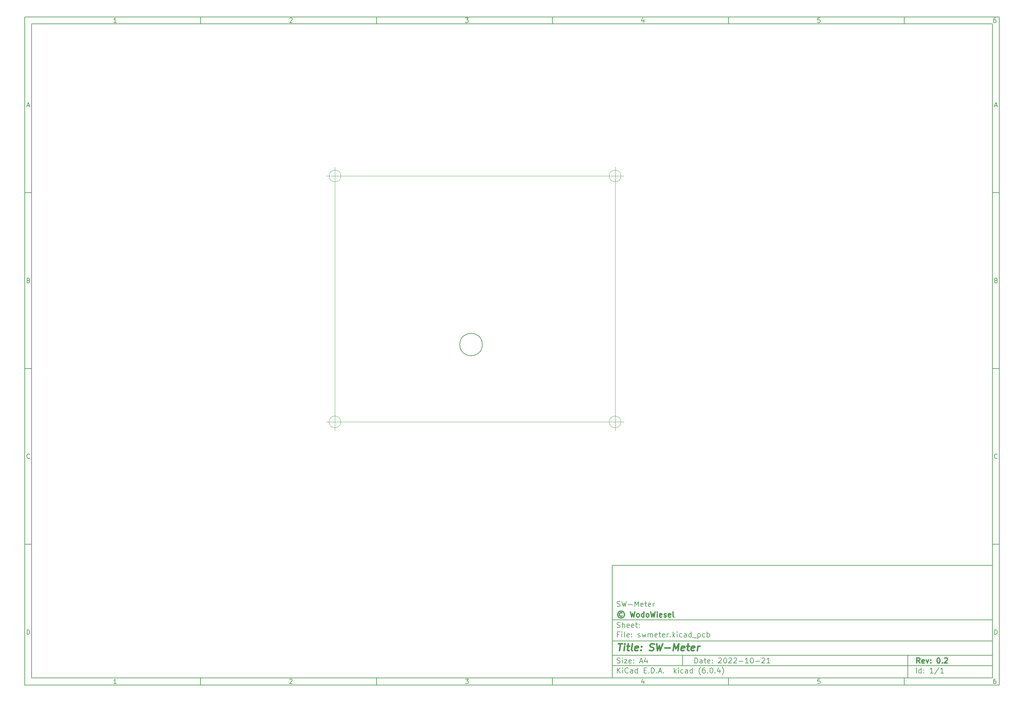
<source format=gbr>
%TF.GenerationSoftware,KiCad,Pcbnew,(6.0.4)*%
%TF.CreationDate,2022-11-15T21:12:37+01:00*%
%TF.ProjectId,swmeter,73776d65-7465-4722-9e6b-696361645f70,0.2*%
%TF.SameCoordinates,Original*%
%TF.FileFunction,Other,Comment*%
%FSLAX46Y46*%
G04 Gerber Fmt 4.6, Leading zero omitted, Abs format (unit mm)*
G04 Created by KiCad (PCBNEW (6.0.4)) date 2022-11-15 21:12:37*
%MOMM*%
%LPD*%
G01*
G04 APERTURE LIST*
%ADD10C,0.100000*%
%ADD11C,0.150000*%
%ADD12C,0.300000*%
%ADD13C,0.400000*%
%TA.AperFunction,Profile*%
%ADD14C,0.100000*%
%TD*%
G04 APERTURE END LIST*
D10*
D11*
X177002200Y-166007200D02*
X177002200Y-198007200D01*
X285002200Y-198007200D01*
X285002200Y-166007200D01*
X177002200Y-166007200D01*
D10*
D11*
X10000000Y-10000000D02*
X10000000Y-200007200D01*
X287002200Y-200007200D01*
X287002200Y-10000000D01*
X10000000Y-10000000D01*
D10*
D11*
X12000000Y-12000000D02*
X12000000Y-198007200D01*
X285002200Y-198007200D01*
X285002200Y-12000000D01*
X12000000Y-12000000D01*
D10*
D11*
X60000000Y-12000000D02*
X60000000Y-10000000D01*
D10*
D11*
X110000000Y-12000000D02*
X110000000Y-10000000D01*
D10*
D11*
X160000000Y-12000000D02*
X160000000Y-10000000D01*
D10*
D11*
X210000000Y-12000000D02*
X210000000Y-10000000D01*
D10*
D11*
X260000000Y-12000000D02*
X260000000Y-10000000D01*
D10*
D11*
X36065476Y-11588095D02*
X35322619Y-11588095D01*
X35694047Y-11588095D02*
X35694047Y-10288095D01*
X35570238Y-10473809D01*
X35446428Y-10597619D01*
X35322619Y-10659523D01*
D10*
D11*
X85322619Y-10411904D02*
X85384523Y-10350000D01*
X85508333Y-10288095D01*
X85817857Y-10288095D01*
X85941666Y-10350000D01*
X86003571Y-10411904D01*
X86065476Y-10535714D01*
X86065476Y-10659523D01*
X86003571Y-10845238D01*
X85260714Y-11588095D01*
X86065476Y-11588095D01*
D10*
D11*
X135260714Y-10288095D02*
X136065476Y-10288095D01*
X135632142Y-10783333D01*
X135817857Y-10783333D01*
X135941666Y-10845238D01*
X136003571Y-10907142D01*
X136065476Y-11030952D01*
X136065476Y-11340476D01*
X136003571Y-11464285D01*
X135941666Y-11526190D01*
X135817857Y-11588095D01*
X135446428Y-11588095D01*
X135322619Y-11526190D01*
X135260714Y-11464285D01*
D10*
D11*
X185941666Y-10721428D02*
X185941666Y-11588095D01*
X185632142Y-10226190D02*
X185322619Y-11154761D01*
X186127380Y-11154761D01*
D10*
D11*
X236003571Y-10288095D02*
X235384523Y-10288095D01*
X235322619Y-10907142D01*
X235384523Y-10845238D01*
X235508333Y-10783333D01*
X235817857Y-10783333D01*
X235941666Y-10845238D01*
X236003571Y-10907142D01*
X236065476Y-11030952D01*
X236065476Y-11340476D01*
X236003571Y-11464285D01*
X235941666Y-11526190D01*
X235817857Y-11588095D01*
X235508333Y-11588095D01*
X235384523Y-11526190D01*
X235322619Y-11464285D01*
D10*
D11*
X285941666Y-10288095D02*
X285694047Y-10288095D01*
X285570238Y-10350000D01*
X285508333Y-10411904D01*
X285384523Y-10597619D01*
X285322619Y-10845238D01*
X285322619Y-11340476D01*
X285384523Y-11464285D01*
X285446428Y-11526190D01*
X285570238Y-11588095D01*
X285817857Y-11588095D01*
X285941666Y-11526190D01*
X286003571Y-11464285D01*
X286065476Y-11340476D01*
X286065476Y-11030952D01*
X286003571Y-10907142D01*
X285941666Y-10845238D01*
X285817857Y-10783333D01*
X285570238Y-10783333D01*
X285446428Y-10845238D01*
X285384523Y-10907142D01*
X285322619Y-11030952D01*
D10*
D11*
X60000000Y-198007200D02*
X60000000Y-200007200D01*
D10*
D11*
X110000000Y-198007200D02*
X110000000Y-200007200D01*
D10*
D11*
X160000000Y-198007200D02*
X160000000Y-200007200D01*
D10*
D11*
X210000000Y-198007200D02*
X210000000Y-200007200D01*
D10*
D11*
X260000000Y-198007200D02*
X260000000Y-200007200D01*
D10*
D11*
X36065476Y-199595295D02*
X35322619Y-199595295D01*
X35694047Y-199595295D02*
X35694047Y-198295295D01*
X35570238Y-198481009D01*
X35446428Y-198604819D01*
X35322619Y-198666723D01*
D10*
D11*
X85322619Y-198419104D02*
X85384523Y-198357200D01*
X85508333Y-198295295D01*
X85817857Y-198295295D01*
X85941666Y-198357200D01*
X86003571Y-198419104D01*
X86065476Y-198542914D01*
X86065476Y-198666723D01*
X86003571Y-198852438D01*
X85260714Y-199595295D01*
X86065476Y-199595295D01*
D10*
D11*
X135260714Y-198295295D02*
X136065476Y-198295295D01*
X135632142Y-198790533D01*
X135817857Y-198790533D01*
X135941666Y-198852438D01*
X136003571Y-198914342D01*
X136065476Y-199038152D01*
X136065476Y-199347676D01*
X136003571Y-199471485D01*
X135941666Y-199533390D01*
X135817857Y-199595295D01*
X135446428Y-199595295D01*
X135322619Y-199533390D01*
X135260714Y-199471485D01*
D10*
D11*
X185941666Y-198728628D02*
X185941666Y-199595295D01*
X185632142Y-198233390D02*
X185322619Y-199161961D01*
X186127380Y-199161961D01*
D10*
D11*
X236003571Y-198295295D02*
X235384523Y-198295295D01*
X235322619Y-198914342D01*
X235384523Y-198852438D01*
X235508333Y-198790533D01*
X235817857Y-198790533D01*
X235941666Y-198852438D01*
X236003571Y-198914342D01*
X236065476Y-199038152D01*
X236065476Y-199347676D01*
X236003571Y-199471485D01*
X235941666Y-199533390D01*
X235817857Y-199595295D01*
X235508333Y-199595295D01*
X235384523Y-199533390D01*
X235322619Y-199471485D01*
D10*
D11*
X285941666Y-198295295D02*
X285694047Y-198295295D01*
X285570238Y-198357200D01*
X285508333Y-198419104D01*
X285384523Y-198604819D01*
X285322619Y-198852438D01*
X285322619Y-199347676D01*
X285384523Y-199471485D01*
X285446428Y-199533390D01*
X285570238Y-199595295D01*
X285817857Y-199595295D01*
X285941666Y-199533390D01*
X286003571Y-199471485D01*
X286065476Y-199347676D01*
X286065476Y-199038152D01*
X286003571Y-198914342D01*
X285941666Y-198852438D01*
X285817857Y-198790533D01*
X285570238Y-198790533D01*
X285446428Y-198852438D01*
X285384523Y-198914342D01*
X285322619Y-199038152D01*
D10*
D11*
X10000000Y-60000000D02*
X12000000Y-60000000D01*
D10*
D11*
X10000000Y-110000000D02*
X12000000Y-110000000D01*
D10*
D11*
X10000000Y-160000000D02*
X12000000Y-160000000D01*
D10*
D11*
X10690476Y-35216666D02*
X11309523Y-35216666D01*
X10566666Y-35588095D02*
X11000000Y-34288095D01*
X11433333Y-35588095D01*
D10*
D11*
X11092857Y-84907142D02*
X11278571Y-84969047D01*
X11340476Y-85030952D01*
X11402380Y-85154761D01*
X11402380Y-85340476D01*
X11340476Y-85464285D01*
X11278571Y-85526190D01*
X11154761Y-85588095D01*
X10659523Y-85588095D01*
X10659523Y-84288095D01*
X11092857Y-84288095D01*
X11216666Y-84350000D01*
X11278571Y-84411904D01*
X11340476Y-84535714D01*
X11340476Y-84659523D01*
X11278571Y-84783333D01*
X11216666Y-84845238D01*
X11092857Y-84907142D01*
X10659523Y-84907142D01*
D10*
D11*
X11402380Y-135464285D02*
X11340476Y-135526190D01*
X11154761Y-135588095D01*
X11030952Y-135588095D01*
X10845238Y-135526190D01*
X10721428Y-135402380D01*
X10659523Y-135278571D01*
X10597619Y-135030952D01*
X10597619Y-134845238D01*
X10659523Y-134597619D01*
X10721428Y-134473809D01*
X10845238Y-134350000D01*
X11030952Y-134288095D01*
X11154761Y-134288095D01*
X11340476Y-134350000D01*
X11402380Y-134411904D01*
D10*
D11*
X10659523Y-185588095D02*
X10659523Y-184288095D01*
X10969047Y-184288095D01*
X11154761Y-184350000D01*
X11278571Y-184473809D01*
X11340476Y-184597619D01*
X11402380Y-184845238D01*
X11402380Y-185030952D01*
X11340476Y-185278571D01*
X11278571Y-185402380D01*
X11154761Y-185526190D01*
X10969047Y-185588095D01*
X10659523Y-185588095D01*
D10*
D11*
X287002200Y-60000000D02*
X285002200Y-60000000D01*
D10*
D11*
X287002200Y-110000000D02*
X285002200Y-110000000D01*
D10*
D11*
X287002200Y-160000000D02*
X285002200Y-160000000D01*
D10*
D11*
X285692676Y-35216666D02*
X286311723Y-35216666D01*
X285568866Y-35588095D02*
X286002200Y-34288095D01*
X286435533Y-35588095D01*
D10*
D11*
X286095057Y-84907142D02*
X286280771Y-84969047D01*
X286342676Y-85030952D01*
X286404580Y-85154761D01*
X286404580Y-85340476D01*
X286342676Y-85464285D01*
X286280771Y-85526190D01*
X286156961Y-85588095D01*
X285661723Y-85588095D01*
X285661723Y-84288095D01*
X286095057Y-84288095D01*
X286218866Y-84350000D01*
X286280771Y-84411904D01*
X286342676Y-84535714D01*
X286342676Y-84659523D01*
X286280771Y-84783333D01*
X286218866Y-84845238D01*
X286095057Y-84907142D01*
X285661723Y-84907142D01*
D10*
D11*
X286404580Y-135464285D02*
X286342676Y-135526190D01*
X286156961Y-135588095D01*
X286033152Y-135588095D01*
X285847438Y-135526190D01*
X285723628Y-135402380D01*
X285661723Y-135278571D01*
X285599819Y-135030952D01*
X285599819Y-134845238D01*
X285661723Y-134597619D01*
X285723628Y-134473809D01*
X285847438Y-134350000D01*
X286033152Y-134288095D01*
X286156961Y-134288095D01*
X286342676Y-134350000D01*
X286404580Y-134411904D01*
D10*
D11*
X285661723Y-185588095D02*
X285661723Y-184288095D01*
X285971247Y-184288095D01*
X286156961Y-184350000D01*
X286280771Y-184473809D01*
X286342676Y-184597619D01*
X286404580Y-184845238D01*
X286404580Y-185030952D01*
X286342676Y-185278571D01*
X286280771Y-185402380D01*
X286156961Y-185526190D01*
X285971247Y-185588095D01*
X285661723Y-185588095D01*
D10*
D11*
X200434342Y-193785771D02*
X200434342Y-192285771D01*
X200791485Y-192285771D01*
X201005771Y-192357200D01*
X201148628Y-192500057D01*
X201220057Y-192642914D01*
X201291485Y-192928628D01*
X201291485Y-193142914D01*
X201220057Y-193428628D01*
X201148628Y-193571485D01*
X201005771Y-193714342D01*
X200791485Y-193785771D01*
X200434342Y-193785771D01*
X202577200Y-193785771D02*
X202577200Y-193000057D01*
X202505771Y-192857200D01*
X202362914Y-192785771D01*
X202077200Y-192785771D01*
X201934342Y-192857200D01*
X202577200Y-193714342D02*
X202434342Y-193785771D01*
X202077200Y-193785771D01*
X201934342Y-193714342D01*
X201862914Y-193571485D01*
X201862914Y-193428628D01*
X201934342Y-193285771D01*
X202077200Y-193214342D01*
X202434342Y-193214342D01*
X202577200Y-193142914D01*
X203077200Y-192785771D02*
X203648628Y-192785771D01*
X203291485Y-192285771D02*
X203291485Y-193571485D01*
X203362914Y-193714342D01*
X203505771Y-193785771D01*
X203648628Y-193785771D01*
X204720057Y-193714342D02*
X204577200Y-193785771D01*
X204291485Y-193785771D01*
X204148628Y-193714342D01*
X204077200Y-193571485D01*
X204077200Y-193000057D01*
X204148628Y-192857200D01*
X204291485Y-192785771D01*
X204577200Y-192785771D01*
X204720057Y-192857200D01*
X204791485Y-193000057D01*
X204791485Y-193142914D01*
X204077200Y-193285771D01*
X205434342Y-193642914D02*
X205505771Y-193714342D01*
X205434342Y-193785771D01*
X205362914Y-193714342D01*
X205434342Y-193642914D01*
X205434342Y-193785771D01*
X205434342Y-192857200D02*
X205505771Y-192928628D01*
X205434342Y-193000057D01*
X205362914Y-192928628D01*
X205434342Y-192857200D01*
X205434342Y-193000057D01*
X207220057Y-192428628D02*
X207291485Y-192357200D01*
X207434342Y-192285771D01*
X207791485Y-192285771D01*
X207934342Y-192357200D01*
X208005771Y-192428628D01*
X208077200Y-192571485D01*
X208077200Y-192714342D01*
X208005771Y-192928628D01*
X207148628Y-193785771D01*
X208077200Y-193785771D01*
X209005771Y-192285771D02*
X209148628Y-192285771D01*
X209291485Y-192357200D01*
X209362914Y-192428628D01*
X209434342Y-192571485D01*
X209505771Y-192857200D01*
X209505771Y-193214342D01*
X209434342Y-193500057D01*
X209362914Y-193642914D01*
X209291485Y-193714342D01*
X209148628Y-193785771D01*
X209005771Y-193785771D01*
X208862914Y-193714342D01*
X208791485Y-193642914D01*
X208720057Y-193500057D01*
X208648628Y-193214342D01*
X208648628Y-192857200D01*
X208720057Y-192571485D01*
X208791485Y-192428628D01*
X208862914Y-192357200D01*
X209005771Y-192285771D01*
X210077200Y-192428628D02*
X210148628Y-192357200D01*
X210291485Y-192285771D01*
X210648628Y-192285771D01*
X210791485Y-192357200D01*
X210862914Y-192428628D01*
X210934342Y-192571485D01*
X210934342Y-192714342D01*
X210862914Y-192928628D01*
X210005771Y-193785771D01*
X210934342Y-193785771D01*
X211505771Y-192428628D02*
X211577200Y-192357200D01*
X211720057Y-192285771D01*
X212077200Y-192285771D01*
X212220057Y-192357200D01*
X212291485Y-192428628D01*
X212362914Y-192571485D01*
X212362914Y-192714342D01*
X212291485Y-192928628D01*
X211434342Y-193785771D01*
X212362914Y-193785771D01*
X213005771Y-193214342D02*
X214148628Y-193214342D01*
X215648628Y-193785771D02*
X214791485Y-193785771D01*
X215220057Y-193785771D02*
X215220057Y-192285771D01*
X215077200Y-192500057D01*
X214934342Y-192642914D01*
X214791485Y-192714342D01*
X216577200Y-192285771D02*
X216720057Y-192285771D01*
X216862914Y-192357200D01*
X216934342Y-192428628D01*
X217005771Y-192571485D01*
X217077200Y-192857200D01*
X217077200Y-193214342D01*
X217005771Y-193500057D01*
X216934342Y-193642914D01*
X216862914Y-193714342D01*
X216720057Y-193785771D01*
X216577200Y-193785771D01*
X216434342Y-193714342D01*
X216362914Y-193642914D01*
X216291485Y-193500057D01*
X216220057Y-193214342D01*
X216220057Y-192857200D01*
X216291485Y-192571485D01*
X216362914Y-192428628D01*
X216434342Y-192357200D01*
X216577200Y-192285771D01*
X217720057Y-193214342D02*
X218862914Y-193214342D01*
X219505771Y-192428628D02*
X219577200Y-192357200D01*
X219720057Y-192285771D01*
X220077200Y-192285771D01*
X220220057Y-192357200D01*
X220291485Y-192428628D01*
X220362914Y-192571485D01*
X220362914Y-192714342D01*
X220291485Y-192928628D01*
X219434342Y-193785771D01*
X220362914Y-193785771D01*
X221791485Y-193785771D02*
X220934342Y-193785771D01*
X221362914Y-193785771D02*
X221362914Y-192285771D01*
X221220057Y-192500057D01*
X221077200Y-192642914D01*
X220934342Y-192714342D01*
D10*
D11*
X177002200Y-194507200D02*
X285002200Y-194507200D01*
D10*
D11*
X178434342Y-196585771D02*
X178434342Y-195085771D01*
X179291485Y-196585771D02*
X178648628Y-195728628D01*
X179291485Y-195085771D02*
X178434342Y-195942914D01*
X179934342Y-196585771D02*
X179934342Y-195585771D01*
X179934342Y-195085771D02*
X179862914Y-195157200D01*
X179934342Y-195228628D01*
X180005771Y-195157200D01*
X179934342Y-195085771D01*
X179934342Y-195228628D01*
X181505771Y-196442914D02*
X181434342Y-196514342D01*
X181220057Y-196585771D01*
X181077200Y-196585771D01*
X180862914Y-196514342D01*
X180720057Y-196371485D01*
X180648628Y-196228628D01*
X180577200Y-195942914D01*
X180577200Y-195728628D01*
X180648628Y-195442914D01*
X180720057Y-195300057D01*
X180862914Y-195157200D01*
X181077200Y-195085771D01*
X181220057Y-195085771D01*
X181434342Y-195157200D01*
X181505771Y-195228628D01*
X182791485Y-196585771D02*
X182791485Y-195800057D01*
X182720057Y-195657200D01*
X182577200Y-195585771D01*
X182291485Y-195585771D01*
X182148628Y-195657200D01*
X182791485Y-196514342D02*
X182648628Y-196585771D01*
X182291485Y-196585771D01*
X182148628Y-196514342D01*
X182077200Y-196371485D01*
X182077200Y-196228628D01*
X182148628Y-196085771D01*
X182291485Y-196014342D01*
X182648628Y-196014342D01*
X182791485Y-195942914D01*
X184148628Y-196585771D02*
X184148628Y-195085771D01*
X184148628Y-196514342D02*
X184005771Y-196585771D01*
X183720057Y-196585771D01*
X183577200Y-196514342D01*
X183505771Y-196442914D01*
X183434342Y-196300057D01*
X183434342Y-195871485D01*
X183505771Y-195728628D01*
X183577200Y-195657200D01*
X183720057Y-195585771D01*
X184005771Y-195585771D01*
X184148628Y-195657200D01*
X186005771Y-195800057D02*
X186505771Y-195800057D01*
X186720057Y-196585771D02*
X186005771Y-196585771D01*
X186005771Y-195085771D01*
X186720057Y-195085771D01*
X187362914Y-196442914D02*
X187434342Y-196514342D01*
X187362914Y-196585771D01*
X187291485Y-196514342D01*
X187362914Y-196442914D01*
X187362914Y-196585771D01*
X188077200Y-196585771D02*
X188077200Y-195085771D01*
X188434342Y-195085771D01*
X188648628Y-195157200D01*
X188791485Y-195300057D01*
X188862914Y-195442914D01*
X188934342Y-195728628D01*
X188934342Y-195942914D01*
X188862914Y-196228628D01*
X188791485Y-196371485D01*
X188648628Y-196514342D01*
X188434342Y-196585771D01*
X188077200Y-196585771D01*
X189577200Y-196442914D02*
X189648628Y-196514342D01*
X189577200Y-196585771D01*
X189505771Y-196514342D01*
X189577200Y-196442914D01*
X189577200Y-196585771D01*
X190220057Y-196157200D02*
X190934342Y-196157200D01*
X190077200Y-196585771D02*
X190577200Y-195085771D01*
X191077200Y-196585771D01*
X191577200Y-196442914D02*
X191648628Y-196514342D01*
X191577200Y-196585771D01*
X191505771Y-196514342D01*
X191577200Y-196442914D01*
X191577200Y-196585771D01*
X194577200Y-196585771D02*
X194577200Y-195085771D01*
X194720057Y-196014342D02*
X195148628Y-196585771D01*
X195148628Y-195585771D02*
X194577200Y-196157200D01*
X195791485Y-196585771D02*
X195791485Y-195585771D01*
X195791485Y-195085771D02*
X195720057Y-195157200D01*
X195791485Y-195228628D01*
X195862914Y-195157200D01*
X195791485Y-195085771D01*
X195791485Y-195228628D01*
X197148628Y-196514342D02*
X197005771Y-196585771D01*
X196720057Y-196585771D01*
X196577200Y-196514342D01*
X196505771Y-196442914D01*
X196434342Y-196300057D01*
X196434342Y-195871485D01*
X196505771Y-195728628D01*
X196577200Y-195657200D01*
X196720057Y-195585771D01*
X197005771Y-195585771D01*
X197148628Y-195657200D01*
X198434342Y-196585771D02*
X198434342Y-195800057D01*
X198362914Y-195657200D01*
X198220057Y-195585771D01*
X197934342Y-195585771D01*
X197791485Y-195657200D01*
X198434342Y-196514342D02*
X198291485Y-196585771D01*
X197934342Y-196585771D01*
X197791485Y-196514342D01*
X197720057Y-196371485D01*
X197720057Y-196228628D01*
X197791485Y-196085771D01*
X197934342Y-196014342D01*
X198291485Y-196014342D01*
X198434342Y-195942914D01*
X199791485Y-196585771D02*
X199791485Y-195085771D01*
X199791485Y-196514342D02*
X199648628Y-196585771D01*
X199362914Y-196585771D01*
X199220057Y-196514342D01*
X199148628Y-196442914D01*
X199077200Y-196300057D01*
X199077200Y-195871485D01*
X199148628Y-195728628D01*
X199220057Y-195657200D01*
X199362914Y-195585771D01*
X199648628Y-195585771D01*
X199791485Y-195657200D01*
X202077200Y-197157200D02*
X202005771Y-197085771D01*
X201862914Y-196871485D01*
X201791485Y-196728628D01*
X201720057Y-196514342D01*
X201648628Y-196157200D01*
X201648628Y-195871485D01*
X201720057Y-195514342D01*
X201791485Y-195300057D01*
X201862914Y-195157200D01*
X202005771Y-194942914D01*
X202077200Y-194871485D01*
X203291485Y-195085771D02*
X203005771Y-195085771D01*
X202862914Y-195157200D01*
X202791485Y-195228628D01*
X202648628Y-195442914D01*
X202577200Y-195728628D01*
X202577200Y-196300057D01*
X202648628Y-196442914D01*
X202720057Y-196514342D01*
X202862914Y-196585771D01*
X203148628Y-196585771D01*
X203291485Y-196514342D01*
X203362914Y-196442914D01*
X203434342Y-196300057D01*
X203434342Y-195942914D01*
X203362914Y-195800057D01*
X203291485Y-195728628D01*
X203148628Y-195657200D01*
X202862914Y-195657200D01*
X202720057Y-195728628D01*
X202648628Y-195800057D01*
X202577200Y-195942914D01*
X204077200Y-196442914D02*
X204148628Y-196514342D01*
X204077200Y-196585771D01*
X204005771Y-196514342D01*
X204077200Y-196442914D01*
X204077200Y-196585771D01*
X205077200Y-195085771D02*
X205220057Y-195085771D01*
X205362914Y-195157200D01*
X205434342Y-195228628D01*
X205505771Y-195371485D01*
X205577200Y-195657200D01*
X205577200Y-196014342D01*
X205505771Y-196300057D01*
X205434342Y-196442914D01*
X205362914Y-196514342D01*
X205220057Y-196585771D01*
X205077200Y-196585771D01*
X204934342Y-196514342D01*
X204862914Y-196442914D01*
X204791485Y-196300057D01*
X204720057Y-196014342D01*
X204720057Y-195657200D01*
X204791485Y-195371485D01*
X204862914Y-195228628D01*
X204934342Y-195157200D01*
X205077200Y-195085771D01*
X206220057Y-196442914D02*
X206291485Y-196514342D01*
X206220057Y-196585771D01*
X206148628Y-196514342D01*
X206220057Y-196442914D01*
X206220057Y-196585771D01*
X207577200Y-195585771D02*
X207577200Y-196585771D01*
X207220057Y-195014342D02*
X206862914Y-196085771D01*
X207791485Y-196085771D01*
X208220057Y-197157200D02*
X208291485Y-197085771D01*
X208434342Y-196871485D01*
X208505771Y-196728628D01*
X208577200Y-196514342D01*
X208648628Y-196157200D01*
X208648628Y-195871485D01*
X208577200Y-195514342D01*
X208505771Y-195300057D01*
X208434342Y-195157200D01*
X208291485Y-194942914D01*
X208220057Y-194871485D01*
D10*
D11*
X177002200Y-191507200D02*
X285002200Y-191507200D01*
D10*
D12*
X264411485Y-193785771D02*
X263911485Y-193071485D01*
X263554342Y-193785771D02*
X263554342Y-192285771D01*
X264125771Y-192285771D01*
X264268628Y-192357200D01*
X264340057Y-192428628D01*
X264411485Y-192571485D01*
X264411485Y-192785771D01*
X264340057Y-192928628D01*
X264268628Y-193000057D01*
X264125771Y-193071485D01*
X263554342Y-193071485D01*
X265625771Y-193714342D02*
X265482914Y-193785771D01*
X265197200Y-193785771D01*
X265054342Y-193714342D01*
X264982914Y-193571485D01*
X264982914Y-193000057D01*
X265054342Y-192857200D01*
X265197200Y-192785771D01*
X265482914Y-192785771D01*
X265625771Y-192857200D01*
X265697200Y-193000057D01*
X265697200Y-193142914D01*
X264982914Y-193285771D01*
X266197200Y-192785771D02*
X266554342Y-193785771D01*
X266911485Y-192785771D01*
X267482914Y-193642914D02*
X267554342Y-193714342D01*
X267482914Y-193785771D01*
X267411485Y-193714342D01*
X267482914Y-193642914D01*
X267482914Y-193785771D01*
X267482914Y-192857200D02*
X267554342Y-192928628D01*
X267482914Y-193000057D01*
X267411485Y-192928628D01*
X267482914Y-192857200D01*
X267482914Y-193000057D01*
X269625771Y-192285771D02*
X269768628Y-192285771D01*
X269911485Y-192357200D01*
X269982914Y-192428628D01*
X270054342Y-192571485D01*
X270125771Y-192857200D01*
X270125771Y-193214342D01*
X270054342Y-193500057D01*
X269982914Y-193642914D01*
X269911485Y-193714342D01*
X269768628Y-193785771D01*
X269625771Y-193785771D01*
X269482914Y-193714342D01*
X269411485Y-193642914D01*
X269340057Y-193500057D01*
X269268628Y-193214342D01*
X269268628Y-192857200D01*
X269340057Y-192571485D01*
X269411485Y-192428628D01*
X269482914Y-192357200D01*
X269625771Y-192285771D01*
X270768628Y-193642914D02*
X270840057Y-193714342D01*
X270768628Y-193785771D01*
X270697200Y-193714342D01*
X270768628Y-193642914D01*
X270768628Y-193785771D01*
X271411485Y-192428628D02*
X271482914Y-192357200D01*
X271625771Y-192285771D01*
X271982914Y-192285771D01*
X272125771Y-192357200D01*
X272197200Y-192428628D01*
X272268628Y-192571485D01*
X272268628Y-192714342D01*
X272197200Y-192928628D01*
X271340057Y-193785771D01*
X272268628Y-193785771D01*
D10*
D11*
X178362914Y-193714342D02*
X178577200Y-193785771D01*
X178934342Y-193785771D01*
X179077200Y-193714342D01*
X179148628Y-193642914D01*
X179220057Y-193500057D01*
X179220057Y-193357200D01*
X179148628Y-193214342D01*
X179077200Y-193142914D01*
X178934342Y-193071485D01*
X178648628Y-193000057D01*
X178505771Y-192928628D01*
X178434342Y-192857200D01*
X178362914Y-192714342D01*
X178362914Y-192571485D01*
X178434342Y-192428628D01*
X178505771Y-192357200D01*
X178648628Y-192285771D01*
X179005771Y-192285771D01*
X179220057Y-192357200D01*
X179862914Y-193785771D02*
X179862914Y-192785771D01*
X179862914Y-192285771D02*
X179791485Y-192357200D01*
X179862914Y-192428628D01*
X179934342Y-192357200D01*
X179862914Y-192285771D01*
X179862914Y-192428628D01*
X180434342Y-192785771D02*
X181220057Y-192785771D01*
X180434342Y-193785771D01*
X181220057Y-193785771D01*
X182362914Y-193714342D02*
X182220057Y-193785771D01*
X181934342Y-193785771D01*
X181791485Y-193714342D01*
X181720057Y-193571485D01*
X181720057Y-193000057D01*
X181791485Y-192857200D01*
X181934342Y-192785771D01*
X182220057Y-192785771D01*
X182362914Y-192857200D01*
X182434342Y-193000057D01*
X182434342Y-193142914D01*
X181720057Y-193285771D01*
X183077200Y-193642914D02*
X183148628Y-193714342D01*
X183077200Y-193785771D01*
X183005771Y-193714342D01*
X183077200Y-193642914D01*
X183077200Y-193785771D01*
X183077200Y-192857200D02*
X183148628Y-192928628D01*
X183077200Y-193000057D01*
X183005771Y-192928628D01*
X183077200Y-192857200D01*
X183077200Y-193000057D01*
X184862914Y-193357200D02*
X185577200Y-193357200D01*
X184720057Y-193785771D02*
X185220057Y-192285771D01*
X185720057Y-193785771D01*
X186862914Y-192785771D02*
X186862914Y-193785771D01*
X186505771Y-192214342D02*
X186148628Y-193285771D01*
X187077200Y-193285771D01*
D10*
D11*
X263434342Y-196585771D02*
X263434342Y-195085771D01*
X264791485Y-196585771D02*
X264791485Y-195085771D01*
X264791485Y-196514342D02*
X264648628Y-196585771D01*
X264362914Y-196585771D01*
X264220057Y-196514342D01*
X264148628Y-196442914D01*
X264077200Y-196300057D01*
X264077200Y-195871485D01*
X264148628Y-195728628D01*
X264220057Y-195657200D01*
X264362914Y-195585771D01*
X264648628Y-195585771D01*
X264791485Y-195657200D01*
X265505771Y-196442914D02*
X265577200Y-196514342D01*
X265505771Y-196585771D01*
X265434342Y-196514342D01*
X265505771Y-196442914D01*
X265505771Y-196585771D01*
X265505771Y-195657200D02*
X265577200Y-195728628D01*
X265505771Y-195800057D01*
X265434342Y-195728628D01*
X265505771Y-195657200D01*
X265505771Y-195800057D01*
X268148628Y-196585771D02*
X267291485Y-196585771D01*
X267720057Y-196585771D02*
X267720057Y-195085771D01*
X267577200Y-195300057D01*
X267434342Y-195442914D01*
X267291485Y-195514342D01*
X269862914Y-195014342D02*
X268577200Y-196942914D01*
X271148628Y-196585771D02*
X270291485Y-196585771D01*
X270720057Y-196585771D02*
X270720057Y-195085771D01*
X270577200Y-195300057D01*
X270434342Y-195442914D01*
X270291485Y-195514342D01*
D10*
D11*
X177002200Y-187507200D02*
X285002200Y-187507200D01*
D10*
D13*
X178714580Y-188211961D02*
X179857438Y-188211961D01*
X179036009Y-190211961D02*
X179286009Y-188211961D01*
X180274104Y-190211961D02*
X180440771Y-188878628D01*
X180524104Y-188211961D02*
X180416961Y-188307200D01*
X180500295Y-188402438D01*
X180607438Y-188307200D01*
X180524104Y-188211961D01*
X180500295Y-188402438D01*
X181107438Y-188878628D02*
X181869342Y-188878628D01*
X181476485Y-188211961D02*
X181262200Y-189926247D01*
X181333628Y-190116723D01*
X181512200Y-190211961D01*
X181702676Y-190211961D01*
X182655057Y-190211961D02*
X182476485Y-190116723D01*
X182405057Y-189926247D01*
X182619342Y-188211961D01*
X184190771Y-190116723D02*
X183988390Y-190211961D01*
X183607438Y-190211961D01*
X183428866Y-190116723D01*
X183357438Y-189926247D01*
X183452676Y-189164342D01*
X183571723Y-188973866D01*
X183774104Y-188878628D01*
X184155057Y-188878628D01*
X184333628Y-188973866D01*
X184405057Y-189164342D01*
X184381247Y-189354819D01*
X183405057Y-189545295D01*
X185155057Y-190021485D02*
X185238390Y-190116723D01*
X185131247Y-190211961D01*
X185047914Y-190116723D01*
X185155057Y-190021485D01*
X185131247Y-190211961D01*
X185286009Y-188973866D02*
X185369342Y-189069104D01*
X185262200Y-189164342D01*
X185178866Y-189069104D01*
X185286009Y-188973866D01*
X185262200Y-189164342D01*
X187524104Y-190116723D02*
X187797914Y-190211961D01*
X188274104Y-190211961D01*
X188476485Y-190116723D01*
X188583628Y-190021485D01*
X188702676Y-189831009D01*
X188726485Y-189640533D01*
X188655057Y-189450057D01*
X188571723Y-189354819D01*
X188393152Y-189259580D01*
X188024104Y-189164342D01*
X187845533Y-189069104D01*
X187762200Y-188973866D01*
X187690771Y-188783390D01*
X187714580Y-188592914D01*
X187833628Y-188402438D01*
X187940771Y-188307200D01*
X188143152Y-188211961D01*
X188619342Y-188211961D01*
X188893152Y-188307200D01*
X189571723Y-188211961D02*
X189797914Y-190211961D01*
X190357438Y-188783390D01*
X190559819Y-190211961D01*
X191286009Y-188211961D01*
X191893152Y-189450057D02*
X193416961Y-189450057D01*
X194274104Y-190211961D02*
X194524104Y-188211961D01*
X195012200Y-189640533D01*
X195857438Y-188211961D01*
X195607438Y-190211961D01*
X197333628Y-190116723D02*
X197131247Y-190211961D01*
X196750295Y-190211961D01*
X196571723Y-190116723D01*
X196500295Y-189926247D01*
X196595533Y-189164342D01*
X196714580Y-188973866D01*
X196916961Y-188878628D01*
X197297914Y-188878628D01*
X197476485Y-188973866D01*
X197547914Y-189164342D01*
X197524104Y-189354819D01*
X196547914Y-189545295D01*
X198155057Y-188878628D02*
X198916961Y-188878628D01*
X198524104Y-188211961D02*
X198309819Y-189926247D01*
X198381247Y-190116723D01*
X198559819Y-190211961D01*
X198750295Y-190211961D01*
X200190771Y-190116723D02*
X199988390Y-190211961D01*
X199607438Y-190211961D01*
X199428866Y-190116723D01*
X199357438Y-189926247D01*
X199452676Y-189164342D01*
X199571723Y-188973866D01*
X199774104Y-188878628D01*
X200155057Y-188878628D01*
X200333628Y-188973866D01*
X200405057Y-189164342D01*
X200381247Y-189354819D01*
X199405057Y-189545295D01*
X201131247Y-190211961D02*
X201297914Y-188878628D01*
X201250295Y-189259580D02*
X201369342Y-189069104D01*
X201476485Y-188973866D01*
X201678866Y-188878628D01*
X201869342Y-188878628D01*
D10*
D11*
X178934342Y-185600057D02*
X178434342Y-185600057D01*
X178434342Y-186385771D02*
X178434342Y-184885771D01*
X179148628Y-184885771D01*
X179720057Y-186385771D02*
X179720057Y-185385771D01*
X179720057Y-184885771D02*
X179648628Y-184957200D01*
X179720057Y-185028628D01*
X179791485Y-184957200D01*
X179720057Y-184885771D01*
X179720057Y-185028628D01*
X180648628Y-186385771D02*
X180505771Y-186314342D01*
X180434342Y-186171485D01*
X180434342Y-184885771D01*
X181791485Y-186314342D02*
X181648628Y-186385771D01*
X181362914Y-186385771D01*
X181220057Y-186314342D01*
X181148628Y-186171485D01*
X181148628Y-185600057D01*
X181220057Y-185457200D01*
X181362914Y-185385771D01*
X181648628Y-185385771D01*
X181791485Y-185457200D01*
X181862914Y-185600057D01*
X181862914Y-185742914D01*
X181148628Y-185885771D01*
X182505771Y-186242914D02*
X182577200Y-186314342D01*
X182505771Y-186385771D01*
X182434342Y-186314342D01*
X182505771Y-186242914D01*
X182505771Y-186385771D01*
X182505771Y-185457200D02*
X182577200Y-185528628D01*
X182505771Y-185600057D01*
X182434342Y-185528628D01*
X182505771Y-185457200D01*
X182505771Y-185600057D01*
X184291485Y-186314342D02*
X184434342Y-186385771D01*
X184720057Y-186385771D01*
X184862914Y-186314342D01*
X184934342Y-186171485D01*
X184934342Y-186100057D01*
X184862914Y-185957200D01*
X184720057Y-185885771D01*
X184505771Y-185885771D01*
X184362914Y-185814342D01*
X184291485Y-185671485D01*
X184291485Y-185600057D01*
X184362914Y-185457200D01*
X184505771Y-185385771D01*
X184720057Y-185385771D01*
X184862914Y-185457200D01*
X185434342Y-185385771D02*
X185720057Y-186385771D01*
X186005771Y-185671485D01*
X186291485Y-186385771D01*
X186577200Y-185385771D01*
X187148628Y-186385771D02*
X187148628Y-185385771D01*
X187148628Y-185528628D02*
X187220057Y-185457200D01*
X187362914Y-185385771D01*
X187577200Y-185385771D01*
X187720057Y-185457200D01*
X187791485Y-185600057D01*
X187791485Y-186385771D01*
X187791485Y-185600057D02*
X187862914Y-185457200D01*
X188005771Y-185385771D01*
X188220057Y-185385771D01*
X188362914Y-185457200D01*
X188434342Y-185600057D01*
X188434342Y-186385771D01*
X189720057Y-186314342D02*
X189577200Y-186385771D01*
X189291485Y-186385771D01*
X189148628Y-186314342D01*
X189077200Y-186171485D01*
X189077200Y-185600057D01*
X189148628Y-185457200D01*
X189291485Y-185385771D01*
X189577200Y-185385771D01*
X189720057Y-185457200D01*
X189791485Y-185600057D01*
X189791485Y-185742914D01*
X189077200Y-185885771D01*
X190220057Y-185385771D02*
X190791485Y-185385771D01*
X190434342Y-184885771D02*
X190434342Y-186171485D01*
X190505771Y-186314342D01*
X190648628Y-186385771D01*
X190791485Y-186385771D01*
X191862914Y-186314342D02*
X191720057Y-186385771D01*
X191434342Y-186385771D01*
X191291485Y-186314342D01*
X191220057Y-186171485D01*
X191220057Y-185600057D01*
X191291485Y-185457200D01*
X191434342Y-185385771D01*
X191720057Y-185385771D01*
X191862914Y-185457200D01*
X191934342Y-185600057D01*
X191934342Y-185742914D01*
X191220057Y-185885771D01*
X192577200Y-186385771D02*
X192577200Y-185385771D01*
X192577200Y-185671485D02*
X192648628Y-185528628D01*
X192720057Y-185457200D01*
X192862914Y-185385771D01*
X193005771Y-185385771D01*
X193505771Y-186242914D02*
X193577200Y-186314342D01*
X193505771Y-186385771D01*
X193434342Y-186314342D01*
X193505771Y-186242914D01*
X193505771Y-186385771D01*
X194220057Y-186385771D02*
X194220057Y-184885771D01*
X194362914Y-185814342D02*
X194791485Y-186385771D01*
X194791485Y-185385771D02*
X194220057Y-185957200D01*
X195434342Y-186385771D02*
X195434342Y-185385771D01*
X195434342Y-184885771D02*
X195362914Y-184957200D01*
X195434342Y-185028628D01*
X195505771Y-184957200D01*
X195434342Y-184885771D01*
X195434342Y-185028628D01*
X196791485Y-186314342D02*
X196648628Y-186385771D01*
X196362914Y-186385771D01*
X196220057Y-186314342D01*
X196148628Y-186242914D01*
X196077200Y-186100057D01*
X196077200Y-185671485D01*
X196148628Y-185528628D01*
X196220057Y-185457200D01*
X196362914Y-185385771D01*
X196648628Y-185385771D01*
X196791485Y-185457200D01*
X198077200Y-186385771D02*
X198077200Y-185600057D01*
X198005771Y-185457200D01*
X197862914Y-185385771D01*
X197577200Y-185385771D01*
X197434342Y-185457200D01*
X198077200Y-186314342D02*
X197934342Y-186385771D01*
X197577200Y-186385771D01*
X197434342Y-186314342D01*
X197362914Y-186171485D01*
X197362914Y-186028628D01*
X197434342Y-185885771D01*
X197577200Y-185814342D01*
X197934342Y-185814342D01*
X198077200Y-185742914D01*
X199434342Y-186385771D02*
X199434342Y-184885771D01*
X199434342Y-186314342D02*
X199291485Y-186385771D01*
X199005771Y-186385771D01*
X198862914Y-186314342D01*
X198791485Y-186242914D01*
X198720057Y-186100057D01*
X198720057Y-185671485D01*
X198791485Y-185528628D01*
X198862914Y-185457200D01*
X199005771Y-185385771D01*
X199291485Y-185385771D01*
X199434342Y-185457200D01*
X199791485Y-186528628D02*
X200934342Y-186528628D01*
X201291485Y-185385771D02*
X201291485Y-186885771D01*
X201291485Y-185457200D02*
X201434342Y-185385771D01*
X201720057Y-185385771D01*
X201862914Y-185457200D01*
X201934342Y-185528628D01*
X202005771Y-185671485D01*
X202005771Y-186100057D01*
X201934342Y-186242914D01*
X201862914Y-186314342D01*
X201720057Y-186385771D01*
X201434342Y-186385771D01*
X201291485Y-186314342D01*
X203291485Y-186314342D02*
X203148628Y-186385771D01*
X202862914Y-186385771D01*
X202720057Y-186314342D01*
X202648628Y-186242914D01*
X202577200Y-186100057D01*
X202577200Y-185671485D01*
X202648628Y-185528628D01*
X202720057Y-185457200D01*
X202862914Y-185385771D01*
X203148628Y-185385771D01*
X203291485Y-185457200D01*
X203934342Y-186385771D02*
X203934342Y-184885771D01*
X203934342Y-185457200D02*
X204077200Y-185385771D01*
X204362914Y-185385771D01*
X204505771Y-185457200D01*
X204577200Y-185528628D01*
X204648628Y-185671485D01*
X204648628Y-186100057D01*
X204577200Y-186242914D01*
X204505771Y-186314342D01*
X204362914Y-186385771D01*
X204077200Y-186385771D01*
X203934342Y-186314342D01*
D10*
D11*
X177002200Y-181507200D02*
X285002200Y-181507200D01*
D10*
D11*
X178362914Y-183614342D02*
X178577200Y-183685771D01*
X178934342Y-183685771D01*
X179077200Y-183614342D01*
X179148628Y-183542914D01*
X179220057Y-183400057D01*
X179220057Y-183257200D01*
X179148628Y-183114342D01*
X179077200Y-183042914D01*
X178934342Y-182971485D01*
X178648628Y-182900057D01*
X178505771Y-182828628D01*
X178434342Y-182757200D01*
X178362914Y-182614342D01*
X178362914Y-182471485D01*
X178434342Y-182328628D01*
X178505771Y-182257200D01*
X178648628Y-182185771D01*
X179005771Y-182185771D01*
X179220057Y-182257200D01*
X179862914Y-183685771D02*
X179862914Y-182185771D01*
X180505771Y-183685771D02*
X180505771Y-182900057D01*
X180434342Y-182757200D01*
X180291485Y-182685771D01*
X180077200Y-182685771D01*
X179934342Y-182757200D01*
X179862914Y-182828628D01*
X181791485Y-183614342D02*
X181648628Y-183685771D01*
X181362914Y-183685771D01*
X181220057Y-183614342D01*
X181148628Y-183471485D01*
X181148628Y-182900057D01*
X181220057Y-182757200D01*
X181362914Y-182685771D01*
X181648628Y-182685771D01*
X181791485Y-182757200D01*
X181862914Y-182900057D01*
X181862914Y-183042914D01*
X181148628Y-183185771D01*
X183077200Y-183614342D02*
X182934342Y-183685771D01*
X182648628Y-183685771D01*
X182505771Y-183614342D01*
X182434342Y-183471485D01*
X182434342Y-182900057D01*
X182505771Y-182757200D01*
X182648628Y-182685771D01*
X182934342Y-182685771D01*
X183077200Y-182757200D01*
X183148628Y-182900057D01*
X183148628Y-183042914D01*
X182434342Y-183185771D01*
X183577200Y-182685771D02*
X184148628Y-182685771D01*
X183791485Y-182185771D02*
X183791485Y-183471485D01*
X183862914Y-183614342D01*
X184005771Y-183685771D01*
X184148628Y-183685771D01*
X184648628Y-183542914D02*
X184720057Y-183614342D01*
X184648628Y-183685771D01*
X184577200Y-183614342D01*
X184648628Y-183542914D01*
X184648628Y-183685771D01*
X184648628Y-182757200D02*
X184720057Y-182828628D01*
X184648628Y-182900057D01*
X184577200Y-182828628D01*
X184648628Y-182757200D01*
X184648628Y-182900057D01*
D10*
D12*
X179768628Y-179542914D02*
X179625771Y-179471485D01*
X179340057Y-179471485D01*
X179197200Y-179542914D01*
X179054342Y-179685771D01*
X178982914Y-179828628D01*
X178982914Y-180114342D01*
X179054342Y-180257200D01*
X179197200Y-180400057D01*
X179340057Y-180471485D01*
X179625771Y-180471485D01*
X179768628Y-180400057D01*
X179482914Y-178971485D02*
X179125771Y-179042914D01*
X178768628Y-179257200D01*
X178554342Y-179614342D01*
X178482914Y-179971485D01*
X178554342Y-180328628D01*
X178768628Y-180685771D01*
X179125771Y-180900057D01*
X179482914Y-180971485D01*
X179840057Y-180900057D01*
X180197200Y-180685771D01*
X180411485Y-180328628D01*
X180482914Y-179971485D01*
X180411485Y-179614342D01*
X180197200Y-179257200D01*
X179840057Y-179042914D01*
X179482914Y-178971485D01*
X182125771Y-179185771D02*
X182482914Y-180685771D01*
X182768628Y-179614342D01*
X183054342Y-180685771D01*
X183411485Y-179185771D01*
X184197200Y-180685771D02*
X184054342Y-180614342D01*
X183982914Y-180542914D01*
X183911485Y-180400057D01*
X183911485Y-179971485D01*
X183982914Y-179828628D01*
X184054342Y-179757200D01*
X184197200Y-179685771D01*
X184411485Y-179685771D01*
X184554342Y-179757200D01*
X184625771Y-179828628D01*
X184697200Y-179971485D01*
X184697200Y-180400057D01*
X184625771Y-180542914D01*
X184554342Y-180614342D01*
X184411485Y-180685771D01*
X184197200Y-180685771D01*
X185982914Y-180685771D02*
X185982914Y-179185771D01*
X185982914Y-180614342D02*
X185840057Y-180685771D01*
X185554342Y-180685771D01*
X185411485Y-180614342D01*
X185340057Y-180542914D01*
X185268628Y-180400057D01*
X185268628Y-179971485D01*
X185340057Y-179828628D01*
X185411485Y-179757200D01*
X185554342Y-179685771D01*
X185840057Y-179685771D01*
X185982914Y-179757200D01*
X186911485Y-180685771D02*
X186768628Y-180614342D01*
X186697200Y-180542914D01*
X186625771Y-180400057D01*
X186625771Y-179971485D01*
X186697200Y-179828628D01*
X186768628Y-179757200D01*
X186911485Y-179685771D01*
X187125771Y-179685771D01*
X187268628Y-179757200D01*
X187340057Y-179828628D01*
X187411485Y-179971485D01*
X187411485Y-180400057D01*
X187340057Y-180542914D01*
X187268628Y-180614342D01*
X187125771Y-180685771D01*
X186911485Y-180685771D01*
X187911485Y-179185771D02*
X188268628Y-180685771D01*
X188554342Y-179614342D01*
X188840057Y-180685771D01*
X189197200Y-179185771D01*
X189768628Y-180685771D02*
X189768628Y-179685771D01*
X189768628Y-179185771D02*
X189697200Y-179257200D01*
X189768628Y-179328628D01*
X189840057Y-179257200D01*
X189768628Y-179185771D01*
X189768628Y-179328628D01*
X191054342Y-180614342D02*
X190911485Y-180685771D01*
X190625771Y-180685771D01*
X190482914Y-180614342D01*
X190411485Y-180471485D01*
X190411485Y-179900057D01*
X190482914Y-179757200D01*
X190625771Y-179685771D01*
X190911485Y-179685771D01*
X191054342Y-179757200D01*
X191125771Y-179900057D01*
X191125771Y-180042914D01*
X190411485Y-180185771D01*
X191697200Y-180614342D02*
X191840057Y-180685771D01*
X192125771Y-180685771D01*
X192268628Y-180614342D01*
X192340057Y-180471485D01*
X192340057Y-180400057D01*
X192268628Y-180257200D01*
X192125771Y-180185771D01*
X191911485Y-180185771D01*
X191768628Y-180114342D01*
X191697200Y-179971485D01*
X191697200Y-179900057D01*
X191768628Y-179757200D01*
X191911485Y-179685771D01*
X192125771Y-179685771D01*
X192268628Y-179757200D01*
X193554342Y-180614342D02*
X193411485Y-180685771D01*
X193125771Y-180685771D01*
X192982914Y-180614342D01*
X192911485Y-180471485D01*
X192911485Y-179900057D01*
X192982914Y-179757200D01*
X193125771Y-179685771D01*
X193411485Y-179685771D01*
X193554342Y-179757200D01*
X193625771Y-179900057D01*
X193625771Y-180042914D01*
X192911485Y-180185771D01*
X194482914Y-180685771D02*
X194340057Y-180614342D01*
X194268628Y-180471485D01*
X194268628Y-179185771D01*
D10*
D11*
X178362914Y-177614342D02*
X178577200Y-177685771D01*
X178934342Y-177685771D01*
X179077200Y-177614342D01*
X179148628Y-177542914D01*
X179220057Y-177400057D01*
X179220057Y-177257200D01*
X179148628Y-177114342D01*
X179077200Y-177042914D01*
X178934342Y-176971485D01*
X178648628Y-176900057D01*
X178505771Y-176828628D01*
X178434342Y-176757200D01*
X178362914Y-176614342D01*
X178362914Y-176471485D01*
X178434342Y-176328628D01*
X178505771Y-176257200D01*
X178648628Y-176185771D01*
X179005771Y-176185771D01*
X179220057Y-176257200D01*
X179720057Y-176185771D02*
X180077200Y-177685771D01*
X180362914Y-176614342D01*
X180648628Y-177685771D01*
X181005771Y-176185771D01*
X181577200Y-177114342D02*
X182720057Y-177114342D01*
X183434342Y-177685771D02*
X183434342Y-176185771D01*
X183934342Y-177257200D01*
X184434342Y-176185771D01*
X184434342Y-177685771D01*
X185720057Y-177614342D02*
X185577200Y-177685771D01*
X185291485Y-177685771D01*
X185148628Y-177614342D01*
X185077200Y-177471485D01*
X185077200Y-176900057D01*
X185148628Y-176757200D01*
X185291485Y-176685771D01*
X185577200Y-176685771D01*
X185720057Y-176757200D01*
X185791485Y-176900057D01*
X185791485Y-177042914D01*
X185077200Y-177185771D01*
X186220057Y-176685771D02*
X186791485Y-176685771D01*
X186434342Y-176185771D02*
X186434342Y-177471485D01*
X186505771Y-177614342D01*
X186648628Y-177685771D01*
X186791485Y-177685771D01*
X187862914Y-177614342D02*
X187720057Y-177685771D01*
X187434342Y-177685771D01*
X187291485Y-177614342D01*
X187220057Y-177471485D01*
X187220057Y-176900057D01*
X187291485Y-176757200D01*
X187434342Y-176685771D01*
X187720057Y-176685771D01*
X187862914Y-176757200D01*
X187934342Y-176900057D01*
X187934342Y-177042914D01*
X187220057Y-177185771D01*
X188577200Y-177685771D02*
X188577200Y-176685771D01*
X188577200Y-176971485D02*
X188648628Y-176828628D01*
X188720057Y-176757200D01*
X188862914Y-176685771D01*
X189005771Y-176685771D01*
D10*
D11*
D10*
D11*
D10*
D11*
D10*
D11*
X197002200Y-191507200D02*
X197002200Y-194507200D01*
D10*
D11*
X261002200Y-191507200D02*
X261002200Y-198007200D01*
D14*
X177790000Y-55235000D02*
X98155000Y-55235000D01*
X98155000Y-55235000D02*
X98155000Y-125185000D01*
X98155000Y-125185000D02*
X177790000Y-125185000D01*
X177790000Y-125185000D02*
X177790000Y-55235000D01*
X179456666Y-125185000D02*
G75*
G03*
X179456666Y-125185000I-1666666J0D01*
G01*
X175290000Y-125185000D02*
X180290000Y-125185000D01*
X177790000Y-122685000D02*
X177790000Y-127685000D01*
X99836666Y-125170000D02*
G75*
G03*
X99836666Y-125170000I-1666666J0D01*
G01*
X95670000Y-125170000D02*
X100670000Y-125170000D01*
X98170000Y-122670000D02*
X98170000Y-127670000D01*
X99866666Y-55240000D02*
G75*
G03*
X99866666Y-55240000I-1666666J0D01*
G01*
X95700000Y-55240000D02*
X100700000Y-55240000D01*
X98200000Y-52740000D02*
X98200000Y-57740000D01*
X179476666Y-55220000D02*
G75*
G03*
X179476666Y-55220000I-1666666J0D01*
G01*
X175310000Y-55220000D02*
X180310000Y-55220000D01*
X177810000Y-52720000D02*
X177810000Y-57720000D01*
D11*
%TO.C,REF1*%
X140060000Y-103180000D02*
G75*
G03*
X140060000Y-103180000I-3200000J0D01*
G01*
%TD*%
M02*

</source>
